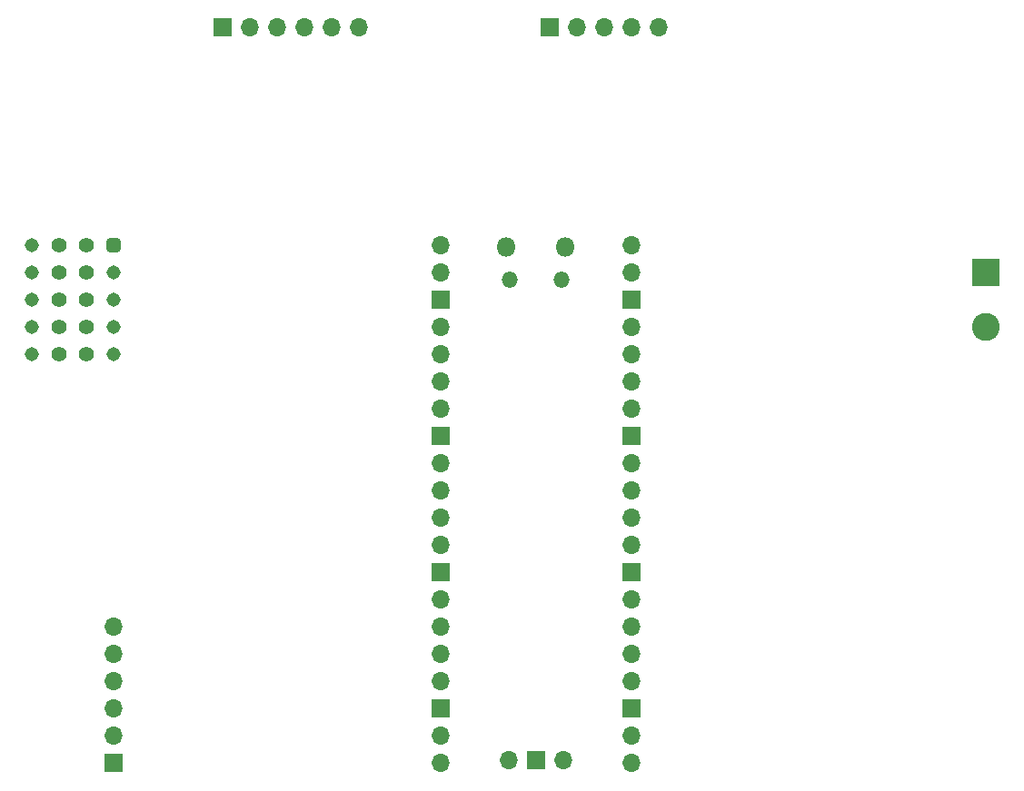
<source format=gbr>
%TF.GenerationSoftware,KiCad,Pcbnew,7.0.1*%
%TF.CreationDate,2023-04-18T18:49:41-05:00*%
%TF.ProjectId,pcb_design,7063625f-6465-4736-9967-6e2e6b696361,rev?*%
%TF.SameCoordinates,Original*%
%TF.FileFunction,Soldermask,Bot*%
%TF.FilePolarity,Negative*%
%FSLAX46Y46*%
G04 Gerber Fmt 4.6, Leading zero omitted, Abs format (unit mm)*
G04 Created by KiCad (PCBNEW 7.0.1) date 2023-04-18 18:49:41*
%MOMM*%
%LPD*%
G01*
G04 APERTURE LIST*
G04 Aperture macros list*
%AMRoundRect*
0 Rectangle with rounded corners*
0 $1 Rounding radius*
0 $2 $3 $4 $5 $6 $7 $8 $9 X,Y pos of 4 corners*
0 Add a 4 corners polygon primitive as box body*
4,1,4,$2,$3,$4,$5,$6,$7,$8,$9,$2,$3,0*
0 Add four circle primitives for the rounded corners*
1,1,$1+$1,$2,$3*
1,1,$1+$1,$4,$5*
1,1,$1+$1,$6,$7*
1,1,$1+$1,$8,$9*
0 Add four rect primitives between the rounded corners*
20,1,$1+$1,$2,$3,$4,$5,0*
20,1,$1+$1,$4,$5,$6,$7,0*
20,1,$1+$1,$6,$7,$8,$9,0*
20,1,$1+$1,$8,$9,$2,$3,0*%
G04 Aperture macros list end*
%ADD10R,2.600000X2.600000*%
%ADD11C,2.600000*%
%ADD12O,1.800000X1.800000*%
%ADD13O,1.500000X1.500000*%
%ADD14O,1.700000X1.700000*%
%ADD15R,1.700000X1.700000*%
%ADD16C,1.400000*%
%ADD17RoundRect,0.250000X-0.405000X0.405000X-0.405000X-0.405000X0.405000X-0.405000X0.405000X0.405000X0*%
%ADD18C,1.310000*%
G04 APERTURE END LIST*
D10*
%TO.C,J1*%
X200660000Y-68580000D03*
D11*
X200660000Y-73660000D03*
%TD*%
D12*
%TO.C,U5*%
X156025000Y-66170000D03*
D13*
X156325000Y-69200000D03*
X161175000Y-69200000D03*
D12*
X161475000Y-66170000D03*
D14*
X149860000Y-66040000D03*
X149860000Y-68580000D03*
D15*
X149860000Y-71120000D03*
D14*
X149860000Y-73660000D03*
X149860000Y-76200000D03*
X149860000Y-78740000D03*
X149860000Y-81280000D03*
D15*
X149860000Y-83820000D03*
D14*
X149860000Y-86360000D03*
X149860000Y-88900000D03*
X149860000Y-91440000D03*
X149860000Y-93980000D03*
D15*
X149860000Y-96520000D03*
D14*
X149860000Y-99060000D03*
X149860000Y-101600000D03*
X149860000Y-104140000D03*
X149860000Y-106680000D03*
D15*
X149860000Y-109220000D03*
D14*
X149860000Y-111760000D03*
X149860000Y-114300000D03*
X167640000Y-114300000D03*
X167640000Y-111760000D03*
D15*
X167640000Y-109220000D03*
D14*
X167640000Y-106680000D03*
X167640000Y-104140000D03*
X167640000Y-101600000D03*
X167640000Y-99060000D03*
D15*
X167640000Y-96520000D03*
D14*
X167640000Y-93980000D03*
X167640000Y-91440000D03*
X167640000Y-88900000D03*
X167640000Y-86360000D03*
D15*
X167640000Y-83820000D03*
D14*
X167640000Y-81280000D03*
X167640000Y-78740000D03*
X167640000Y-76200000D03*
X167640000Y-73660000D03*
D15*
X167640000Y-71120000D03*
D14*
X167640000Y-68580000D03*
X167640000Y-66040000D03*
X156210000Y-114070000D03*
D15*
X158750000Y-114070000D03*
D14*
X161290000Y-114070000D03*
%TD*%
D15*
%TO.C,U3*%
X129540000Y-45720000D03*
D14*
X132080000Y-45720000D03*
X134620000Y-45720000D03*
X137160000Y-45720000D03*
X139700000Y-45720000D03*
X142240000Y-45720000D03*
%TD*%
D15*
%TO.C,U4*%
X119380000Y-114300000D03*
D14*
X119380000Y-111760000D03*
X119380000Y-109220000D03*
X119380000Y-106680000D03*
X119380000Y-104140000D03*
X119380000Y-101600000D03*
%TD*%
D15*
%TO.C,U2*%
X160020000Y-45720000D03*
D14*
X162560000Y-45720000D03*
X165100000Y-45720000D03*
X167640000Y-45720000D03*
X170180000Y-45720000D03*
%TD*%
D16*
%TO.C,U1*%
X116840000Y-66040000D03*
X114300000Y-66040000D03*
X116840000Y-68580000D03*
X114300000Y-68580000D03*
X116840000Y-71120000D03*
X114300000Y-71120000D03*
X116840000Y-73660000D03*
X114300000Y-73660000D03*
X116840000Y-76200000D03*
X114300000Y-76200000D03*
D17*
X119380000Y-66040000D03*
D18*
X111760000Y-66040000D03*
X119380000Y-68580000D03*
X111760000Y-68580000D03*
X119380000Y-71120000D03*
X111760000Y-71120000D03*
X119380000Y-73660000D03*
X111760000Y-73660000D03*
X119380000Y-76200000D03*
X111760000Y-76200000D03*
%TD*%
M02*

</source>
